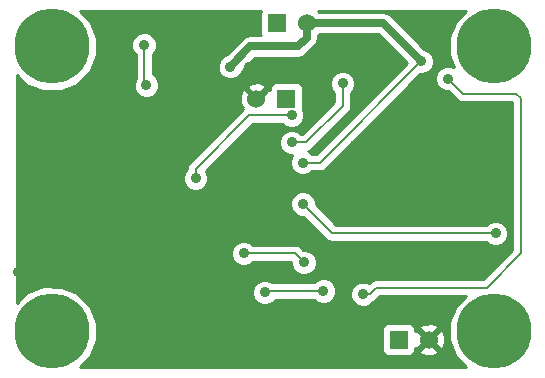
<source format=gbl>
G04 (created by PCBNEW-RS274X (2012-01-19 BZR 3256)-stable) date 12/7/2012 10:10:30 AM*
G01*
G70*
G90*
%MOIN*%
G04 Gerber Fmt 3.4, Leading zero omitted, Abs format*
%FSLAX34Y34*%
G04 APERTURE LIST*
%ADD10C,0.006000*%
%ADD11C,0.250000*%
%ADD12R,0.060000X0.060000*%
%ADD13C,0.060000*%
%ADD14C,0.035000*%
%ADD15C,0.008000*%
%ADD16C,0.025000*%
%ADD17C,0.010000*%
G04 APERTURE END LIST*
G54D10*
G54D11*
X73250Y-43500D03*
X73250Y-34000D03*
X58500Y-43500D03*
X58500Y-34000D03*
G54D12*
X66000Y-33225D03*
G54D13*
X67000Y-33225D03*
G54D12*
X66320Y-35740D03*
G54D13*
X65320Y-35740D03*
G54D12*
X70060Y-43770D03*
G54D13*
X71060Y-43770D03*
G54D14*
X66866Y-39249D03*
X73290Y-40230D03*
X67550Y-42150D03*
X65600Y-42200D03*
X64900Y-40900D03*
X66900Y-41200D03*
X68880Y-42260D03*
X68190Y-35230D03*
X71700Y-35070D03*
X66500Y-37200D03*
X63290Y-38390D03*
X66490Y-36300D03*
X61650Y-35290D03*
X61580Y-33950D03*
X70800Y-34500D03*
X64450Y-34670D03*
X66870Y-37870D03*
X65010Y-37650D03*
X58000Y-36000D03*
X57380Y-41510D03*
X63650Y-33300D03*
X58130Y-38760D03*
X69750Y-42600D03*
X59200Y-35750D03*
X62300Y-38900D03*
X73224Y-40821D03*
X63070Y-44420D03*
X68640Y-34270D03*
X72970Y-36670D03*
X57510Y-39290D03*
X68600Y-37300D03*
X64360Y-44380D03*
X62640Y-36330D03*
X63450Y-40900D03*
X65070Y-34690D03*
X62125Y-35672D03*
X66850Y-40480D03*
G54D15*
X73290Y-40230D02*
X67847Y-40230D01*
X67847Y-40230D02*
X66866Y-39249D01*
X65600Y-42200D02*
X65650Y-42150D01*
X65650Y-42150D02*
X67550Y-42150D01*
X66600Y-40900D02*
X64900Y-40900D01*
X66900Y-41200D02*
X66600Y-40900D01*
X74140Y-40900D02*
X73000Y-42040D01*
X71700Y-35070D02*
X72200Y-35570D01*
X72200Y-35570D02*
X73980Y-35570D01*
X73000Y-42040D02*
X69320Y-42040D01*
X68190Y-35970D02*
X68190Y-35230D01*
X69320Y-42040D02*
X69100Y-42260D01*
X74140Y-35730D02*
X74140Y-40900D01*
X73980Y-35570D02*
X74140Y-35730D01*
X69100Y-42260D02*
X68880Y-42260D01*
X66960Y-37200D02*
X68190Y-35970D01*
X66500Y-37200D02*
X66960Y-37200D01*
X63290Y-38080D02*
X65070Y-36300D01*
X63290Y-38390D02*
X63290Y-38080D01*
X65070Y-36300D02*
X66490Y-36300D01*
X61580Y-35220D02*
X61580Y-33950D01*
X61650Y-35290D02*
X61580Y-35220D01*
X66870Y-37870D02*
X67430Y-37870D01*
X67430Y-37870D02*
X70800Y-34500D01*
G54D16*
X66990Y-33710D02*
X66990Y-33235D01*
X69525Y-33225D02*
X70800Y-34500D01*
X67000Y-33225D02*
X69525Y-33225D01*
X66700Y-34000D02*
X66990Y-33710D01*
X64450Y-34670D02*
X65120Y-34000D01*
X66990Y-33235D02*
X67000Y-33225D01*
X65120Y-34000D02*
X66700Y-34000D01*
G54D15*
X73224Y-40821D02*
X73225Y-40821D01*
G54D10*
G36*
X73850Y-40780D02*
X73715Y-40915D01*
X73715Y-40315D01*
X73715Y-40146D01*
X73651Y-39990D01*
X73531Y-39870D01*
X73375Y-39805D01*
X73206Y-39805D01*
X73050Y-39869D01*
X72979Y-39940D01*
X67967Y-39940D01*
X67291Y-39264D01*
X67291Y-39165D01*
X67227Y-39009D01*
X67107Y-38889D01*
X66951Y-38824D01*
X66782Y-38824D01*
X66626Y-38888D01*
X66506Y-39008D01*
X66441Y-39164D01*
X66441Y-39333D01*
X66505Y-39489D01*
X66625Y-39609D01*
X66781Y-39674D01*
X66881Y-39674D01*
X67642Y-40435D01*
X67736Y-40498D01*
X67847Y-40520D01*
X72979Y-40520D01*
X73049Y-40590D01*
X73205Y-40655D01*
X73374Y-40655D01*
X73530Y-40591D01*
X73650Y-40471D01*
X73715Y-40315D01*
X73715Y-40915D01*
X72880Y-41750D01*
X69320Y-41750D01*
X69209Y-41772D01*
X69115Y-41835D01*
X69070Y-41879D01*
X68965Y-41835D01*
X68796Y-41835D01*
X68640Y-41899D01*
X68520Y-42019D01*
X68455Y-42175D01*
X68455Y-42344D01*
X68519Y-42500D01*
X68639Y-42620D01*
X68795Y-42685D01*
X68964Y-42685D01*
X69120Y-42621D01*
X69217Y-42523D01*
X69305Y-42465D01*
X69440Y-42330D01*
X72299Y-42330D01*
X71979Y-42649D01*
X71751Y-43200D01*
X71750Y-43797D01*
X71978Y-44348D01*
X72303Y-44675D01*
X71603Y-44675D01*
X71603Y-43849D01*
X71592Y-43636D01*
X71532Y-43489D01*
X71438Y-43462D01*
X71368Y-43532D01*
X71368Y-43392D01*
X71341Y-43298D01*
X71139Y-43227D01*
X70926Y-43238D01*
X70779Y-43298D01*
X70752Y-43392D01*
X71060Y-43699D01*
X71368Y-43392D01*
X71368Y-43532D01*
X71131Y-43770D01*
X71438Y-44078D01*
X71532Y-44051D01*
X71603Y-43849D01*
X71603Y-44675D01*
X71368Y-44675D01*
X71368Y-44148D01*
X71060Y-43841D01*
X70989Y-43911D01*
X70989Y-43770D01*
X70682Y-43462D01*
X70609Y-43482D01*
X70609Y-43421D01*
X70571Y-43329D01*
X70501Y-43259D01*
X70410Y-43221D01*
X70311Y-43221D01*
X69711Y-43221D01*
X69619Y-43259D01*
X69549Y-43329D01*
X69511Y-43420D01*
X69511Y-43519D01*
X69511Y-44119D01*
X69549Y-44211D01*
X69619Y-44281D01*
X69710Y-44319D01*
X69809Y-44319D01*
X70409Y-44319D01*
X70501Y-44281D01*
X70571Y-44211D01*
X70609Y-44120D01*
X70609Y-44057D01*
X70682Y-44078D01*
X70989Y-43770D01*
X70989Y-43911D01*
X70752Y-44148D01*
X70779Y-44242D01*
X70981Y-44313D01*
X71194Y-44302D01*
X71341Y-44242D01*
X71368Y-44148D01*
X71368Y-44675D01*
X67975Y-44675D01*
X67975Y-42235D01*
X67975Y-42066D01*
X67911Y-41910D01*
X67791Y-41790D01*
X67635Y-41725D01*
X67466Y-41725D01*
X67325Y-41782D01*
X67325Y-41285D01*
X67325Y-41116D01*
X67261Y-40960D01*
X67141Y-40840D01*
X66985Y-40775D01*
X66885Y-40775D01*
X66805Y-40695D01*
X66711Y-40632D01*
X66600Y-40610D01*
X65211Y-40610D01*
X65141Y-40540D01*
X64985Y-40475D01*
X64816Y-40475D01*
X64660Y-40539D01*
X64540Y-40659D01*
X64475Y-40815D01*
X64475Y-40984D01*
X64539Y-41140D01*
X64659Y-41260D01*
X64815Y-41325D01*
X64984Y-41325D01*
X65140Y-41261D01*
X65211Y-41190D01*
X66475Y-41190D01*
X66475Y-41284D01*
X66539Y-41440D01*
X66659Y-41560D01*
X66815Y-41625D01*
X66984Y-41625D01*
X67140Y-41561D01*
X67260Y-41441D01*
X67325Y-41285D01*
X67325Y-41782D01*
X67310Y-41789D01*
X67239Y-41860D01*
X65861Y-41860D01*
X65841Y-41840D01*
X65685Y-41775D01*
X65516Y-41775D01*
X65360Y-41839D01*
X65240Y-41959D01*
X65175Y-42115D01*
X65175Y-42284D01*
X65239Y-42440D01*
X65359Y-42560D01*
X65515Y-42625D01*
X65684Y-42625D01*
X65840Y-42561D01*
X65960Y-42441D01*
X65960Y-42440D01*
X67239Y-42440D01*
X67309Y-42510D01*
X67465Y-42575D01*
X67634Y-42575D01*
X67790Y-42511D01*
X67910Y-42391D01*
X67975Y-42235D01*
X67975Y-44675D01*
X62075Y-44675D01*
X62075Y-35375D01*
X62075Y-35206D01*
X62011Y-35050D01*
X61891Y-34930D01*
X61870Y-34921D01*
X61870Y-34261D01*
X61940Y-34191D01*
X62005Y-34035D01*
X62005Y-33866D01*
X61941Y-33710D01*
X61821Y-33590D01*
X61665Y-33525D01*
X61496Y-33525D01*
X61340Y-33589D01*
X61220Y-33709D01*
X61155Y-33865D01*
X61155Y-34034D01*
X61219Y-34190D01*
X61290Y-34261D01*
X61290Y-35049D01*
X61225Y-35205D01*
X61225Y-35374D01*
X61289Y-35530D01*
X61409Y-35650D01*
X61565Y-35715D01*
X61734Y-35715D01*
X61890Y-35651D01*
X62010Y-35531D01*
X62075Y-35375D01*
X62075Y-44675D01*
X59445Y-44675D01*
X59771Y-44351D01*
X59999Y-43800D01*
X60000Y-43203D01*
X59772Y-42652D01*
X59351Y-42229D01*
X58800Y-42001D01*
X58203Y-42000D01*
X57652Y-42228D01*
X57325Y-42553D01*
X57325Y-34945D01*
X57649Y-35271D01*
X58200Y-35499D01*
X58797Y-35500D01*
X59348Y-35272D01*
X59771Y-34851D01*
X59999Y-34300D01*
X60000Y-33703D01*
X59772Y-33152D01*
X59446Y-32825D01*
X65471Y-32825D01*
X65451Y-32875D01*
X65451Y-32974D01*
X65451Y-33574D01*
X65472Y-33625D01*
X65120Y-33625D01*
X64976Y-33654D01*
X64915Y-33694D01*
X64854Y-33735D01*
X64330Y-34259D01*
X64210Y-34309D01*
X64090Y-34429D01*
X64025Y-34585D01*
X64025Y-34754D01*
X64089Y-34910D01*
X64209Y-35030D01*
X64365Y-35095D01*
X64534Y-35095D01*
X64690Y-35031D01*
X64810Y-34911D01*
X64860Y-34789D01*
X65275Y-34375D01*
X66700Y-34375D01*
X66843Y-34346D01*
X66844Y-34346D01*
X66965Y-34265D01*
X67255Y-33975D01*
X67336Y-33854D01*
X67336Y-33853D01*
X67365Y-33710D01*
X67365Y-33636D01*
X67401Y-33600D01*
X69370Y-33600D01*
X70330Y-34560D01*
X67310Y-37580D01*
X67181Y-37580D01*
X67111Y-37510D01*
X67029Y-37476D01*
X67071Y-37468D01*
X67165Y-37405D01*
X68395Y-36175D01*
X68458Y-36081D01*
X68480Y-35970D01*
X68480Y-35541D01*
X68550Y-35471D01*
X68615Y-35315D01*
X68615Y-35146D01*
X68551Y-34990D01*
X68431Y-34870D01*
X68275Y-34805D01*
X68106Y-34805D01*
X67950Y-34869D01*
X67830Y-34989D01*
X67765Y-35145D01*
X67765Y-35314D01*
X67829Y-35470D01*
X67900Y-35541D01*
X67900Y-35850D01*
X66915Y-36835D01*
X66915Y-36385D01*
X66915Y-36216D01*
X66866Y-36096D01*
X66869Y-36090D01*
X66869Y-35991D01*
X66869Y-35391D01*
X66831Y-35299D01*
X66761Y-35229D01*
X66670Y-35191D01*
X66571Y-35191D01*
X65971Y-35191D01*
X65879Y-35229D01*
X65809Y-35299D01*
X65771Y-35390D01*
X65771Y-35452D01*
X65698Y-35432D01*
X65628Y-35502D01*
X65628Y-35362D01*
X65601Y-35268D01*
X65399Y-35197D01*
X65186Y-35208D01*
X65039Y-35268D01*
X65012Y-35362D01*
X65320Y-35669D01*
X65628Y-35362D01*
X65628Y-35502D01*
X65391Y-35740D01*
X65320Y-35811D01*
X65249Y-35740D01*
X65214Y-35705D01*
X64942Y-35432D01*
X64848Y-35459D01*
X64777Y-35661D01*
X64788Y-35874D01*
X64848Y-36021D01*
X64887Y-36031D01*
X64854Y-36065D01*
X64876Y-36087D01*
X64865Y-36095D01*
X63085Y-37875D01*
X63022Y-37969D01*
X63000Y-38078D01*
X62930Y-38149D01*
X62865Y-38305D01*
X62865Y-38474D01*
X62929Y-38630D01*
X63049Y-38750D01*
X63205Y-38815D01*
X63374Y-38815D01*
X63530Y-38751D01*
X63650Y-38631D01*
X63715Y-38475D01*
X63715Y-38306D01*
X63651Y-38150D01*
X63640Y-38139D01*
X65190Y-36590D01*
X66179Y-36590D01*
X66249Y-36660D01*
X66405Y-36725D01*
X66574Y-36725D01*
X66730Y-36661D01*
X66850Y-36541D01*
X66915Y-36385D01*
X66915Y-36835D01*
X66840Y-36910D01*
X66811Y-36910D01*
X66741Y-36840D01*
X66585Y-36775D01*
X66416Y-36775D01*
X66260Y-36839D01*
X66140Y-36959D01*
X66075Y-37115D01*
X66075Y-37284D01*
X66139Y-37440D01*
X66259Y-37560D01*
X66415Y-37625D01*
X66514Y-37625D01*
X66510Y-37629D01*
X66445Y-37785D01*
X66445Y-37954D01*
X66509Y-38110D01*
X66629Y-38230D01*
X66785Y-38295D01*
X66954Y-38295D01*
X67110Y-38231D01*
X67181Y-38160D01*
X67430Y-38160D01*
X67541Y-38138D01*
X67635Y-38075D01*
X70785Y-34925D01*
X70884Y-34925D01*
X71040Y-34861D01*
X71160Y-34741D01*
X71225Y-34585D01*
X71225Y-34416D01*
X71161Y-34260D01*
X71041Y-34140D01*
X70919Y-34089D01*
X69790Y-32960D01*
X69669Y-32879D01*
X69525Y-32850D01*
X67401Y-32850D01*
X67376Y-32825D01*
X72304Y-32825D01*
X71979Y-33149D01*
X71751Y-33700D01*
X71750Y-34297D01*
X71916Y-34699D01*
X71785Y-34645D01*
X71616Y-34645D01*
X71460Y-34709D01*
X71340Y-34829D01*
X71275Y-34985D01*
X71275Y-35154D01*
X71339Y-35310D01*
X71459Y-35430D01*
X71615Y-35495D01*
X71715Y-35495D01*
X71995Y-35775D01*
X72089Y-35838D01*
X72200Y-35860D01*
X73850Y-35860D01*
X73850Y-40780D01*
X73850Y-40780D01*
G37*
G54D17*
X73850Y-40780D02*
X73715Y-40915D01*
X73715Y-40315D01*
X73715Y-40146D01*
X73651Y-39990D01*
X73531Y-39870D01*
X73375Y-39805D01*
X73206Y-39805D01*
X73050Y-39869D01*
X72979Y-39940D01*
X67967Y-39940D01*
X67291Y-39264D01*
X67291Y-39165D01*
X67227Y-39009D01*
X67107Y-38889D01*
X66951Y-38824D01*
X66782Y-38824D01*
X66626Y-38888D01*
X66506Y-39008D01*
X66441Y-39164D01*
X66441Y-39333D01*
X66505Y-39489D01*
X66625Y-39609D01*
X66781Y-39674D01*
X66881Y-39674D01*
X67642Y-40435D01*
X67736Y-40498D01*
X67847Y-40520D01*
X72979Y-40520D01*
X73049Y-40590D01*
X73205Y-40655D01*
X73374Y-40655D01*
X73530Y-40591D01*
X73650Y-40471D01*
X73715Y-40315D01*
X73715Y-40915D01*
X72880Y-41750D01*
X69320Y-41750D01*
X69209Y-41772D01*
X69115Y-41835D01*
X69070Y-41879D01*
X68965Y-41835D01*
X68796Y-41835D01*
X68640Y-41899D01*
X68520Y-42019D01*
X68455Y-42175D01*
X68455Y-42344D01*
X68519Y-42500D01*
X68639Y-42620D01*
X68795Y-42685D01*
X68964Y-42685D01*
X69120Y-42621D01*
X69217Y-42523D01*
X69305Y-42465D01*
X69440Y-42330D01*
X72299Y-42330D01*
X71979Y-42649D01*
X71751Y-43200D01*
X71750Y-43797D01*
X71978Y-44348D01*
X72303Y-44675D01*
X71603Y-44675D01*
X71603Y-43849D01*
X71592Y-43636D01*
X71532Y-43489D01*
X71438Y-43462D01*
X71368Y-43532D01*
X71368Y-43392D01*
X71341Y-43298D01*
X71139Y-43227D01*
X70926Y-43238D01*
X70779Y-43298D01*
X70752Y-43392D01*
X71060Y-43699D01*
X71368Y-43392D01*
X71368Y-43532D01*
X71131Y-43770D01*
X71438Y-44078D01*
X71532Y-44051D01*
X71603Y-43849D01*
X71603Y-44675D01*
X71368Y-44675D01*
X71368Y-44148D01*
X71060Y-43841D01*
X70989Y-43911D01*
X70989Y-43770D01*
X70682Y-43462D01*
X70609Y-43482D01*
X70609Y-43421D01*
X70571Y-43329D01*
X70501Y-43259D01*
X70410Y-43221D01*
X70311Y-43221D01*
X69711Y-43221D01*
X69619Y-43259D01*
X69549Y-43329D01*
X69511Y-43420D01*
X69511Y-43519D01*
X69511Y-44119D01*
X69549Y-44211D01*
X69619Y-44281D01*
X69710Y-44319D01*
X69809Y-44319D01*
X70409Y-44319D01*
X70501Y-44281D01*
X70571Y-44211D01*
X70609Y-44120D01*
X70609Y-44057D01*
X70682Y-44078D01*
X70989Y-43770D01*
X70989Y-43911D01*
X70752Y-44148D01*
X70779Y-44242D01*
X70981Y-44313D01*
X71194Y-44302D01*
X71341Y-44242D01*
X71368Y-44148D01*
X71368Y-44675D01*
X67975Y-44675D01*
X67975Y-42235D01*
X67975Y-42066D01*
X67911Y-41910D01*
X67791Y-41790D01*
X67635Y-41725D01*
X67466Y-41725D01*
X67325Y-41782D01*
X67325Y-41285D01*
X67325Y-41116D01*
X67261Y-40960D01*
X67141Y-40840D01*
X66985Y-40775D01*
X66885Y-40775D01*
X66805Y-40695D01*
X66711Y-40632D01*
X66600Y-40610D01*
X65211Y-40610D01*
X65141Y-40540D01*
X64985Y-40475D01*
X64816Y-40475D01*
X64660Y-40539D01*
X64540Y-40659D01*
X64475Y-40815D01*
X64475Y-40984D01*
X64539Y-41140D01*
X64659Y-41260D01*
X64815Y-41325D01*
X64984Y-41325D01*
X65140Y-41261D01*
X65211Y-41190D01*
X66475Y-41190D01*
X66475Y-41284D01*
X66539Y-41440D01*
X66659Y-41560D01*
X66815Y-41625D01*
X66984Y-41625D01*
X67140Y-41561D01*
X67260Y-41441D01*
X67325Y-41285D01*
X67325Y-41782D01*
X67310Y-41789D01*
X67239Y-41860D01*
X65861Y-41860D01*
X65841Y-41840D01*
X65685Y-41775D01*
X65516Y-41775D01*
X65360Y-41839D01*
X65240Y-41959D01*
X65175Y-42115D01*
X65175Y-42284D01*
X65239Y-42440D01*
X65359Y-42560D01*
X65515Y-42625D01*
X65684Y-42625D01*
X65840Y-42561D01*
X65960Y-42441D01*
X65960Y-42440D01*
X67239Y-42440D01*
X67309Y-42510D01*
X67465Y-42575D01*
X67634Y-42575D01*
X67790Y-42511D01*
X67910Y-42391D01*
X67975Y-42235D01*
X67975Y-44675D01*
X62075Y-44675D01*
X62075Y-35375D01*
X62075Y-35206D01*
X62011Y-35050D01*
X61891Y-34930D01*
X61870Y-34921D01*
X61870Y-34261D01*
X61940Y-34191D01*
X62005Y-34035D01*
X62005Y-33866D01*
X61941Y-33710D01*
X61821Y-33590D01*
X61665Y-33525D01*
X61496Y-33525D01*
X61340Y-33589D01*
X61220Y-33709D01*
X61155Y-33865D01*
X61155Y-34034D01*
X61219Y-34190D01*
X61290Y-34261D01*
X61290Y-35049D01*
X61225Y-35205D01*
X61225Y-35374D01*
X61289Y-35530D01*
X61409Y-35650D01*
X61565Y-35715D01*
X61734Y-35715D01*
X61890Y-35651D01*
X62010Y-35531D01*
X62075Y-35375D01*
X62075Y-44675D01*
X59445Y-44675D01*
X59771Y-44351D01*
X59999Y-43800D01*
X60000Y-43203D01*
X59772Y-42652D01*
X59351Y-42229D01*
X58800Y-42001D01*
X58203Y-42000D01*
X57652Y-42228D01*
X57325Y-42553D01*
X57325Y-34945D01*
X57649Y-35271D01*
X58200Y-35499D01*
X58797Y-35500D01*
X59348Y-35272D01*
X59771Y-34851D01*
X59999Y-34300D01*
X60000Y-33703D01*
X59772Y-33152D01*
X59446Y-32825D01*
X65471Y-32825D01*
X65451Y-32875D01*
X65451Y-32974D01*
X65451Y-33574D01*
X65472Y-33625D01*
X65120Y-33625D01*
X64976Y-33654D01*
X64915Y-33694D01*
X64854Y-33735D01*
X64330Y-34259D01*
X64210Y-34309D01*
X64090Y-34429D01*
X64025Y-34585D01*
X64025Y-34754D01*
X64089Y-34910D01*
X64209Y-35030D01*
X64365Y-35095D01*
X64534Y-35095D01*
X64690Y-35031D01*
X64810Y-34911D01*
X64860Y-34789D01*
X65275Y-34375D01*
X66700Y-34375D01*
X66843Y-34346D01*
X66844Y-34346D01*
X66965Y-34265D01*
X67255Y-33975D01*
X67336Y-33854D01*
X67336Y-33853D01*
X67365Y-33710D01*
X67365Y-33636D01*
X67401Y-33600D01*
X69370Y-33600D01*
X70330Y-34560D01*
X67310Y-37580D01*
X67181Y-37580D01*
X67111Y-37510D01*
X67029Y-37476D01*
X67071Y-37468D01*
X67165Y-37405D01*
X68395Y-36175D01*
X68458Y-36081D01*
X68480Y-35970D01*
X68480Y-35541D01*
X68550Y-35471D01*
X68615Y-35315D01*
X68615Y-35146D01*
X68551Y-34990D01*
X68431Y-34870D01*
X68275Y-34805D01*
X68106Y-34805D01*
X67950Y-34869D01*
X67830Y-34989D01*
X67765Y-35145D01*
X67765Y-35314D01*
X67829Y-35470D01*
X67900Y-35541D01*
X67900Y-35850D01*
X66915Y-36835D01*
X66915Y-36385D01*
X66915Y-36216D01*
X66866Y-36096D01*
X66869Y-36090D01*
X66869Y-35991D01*
X66869Y-35391D01*
X66831Y-35299D01*
X66761Y-35229D01*
X66670Y-35191D01*
X66571Y-35191D01*
X65971Y-35191D01*
X65879Y-35229D01*
X65809Y-35299D01*
X65771Y-35390D01*
X65771Y-35452D01*
X65698Y-35432D01*
X65628Y-35502D01*
X65628Y-35362D01*
X65601Y-35268D01*
X65399Y-35197D01*
X65186Y-35208D01*
X65039Y-35268D01*
X65012Y-35362D01*
X65320Y-35669D01*
X65628Y-35362D01*
X65628Y-35502D01*
X65391Y-35740D01*
X65320Y-35811D01*
X65249Y-35740D01*
X65214Y-35705D01*
X64942Y-35432D01*
X64848Y-35459D01*
X64777Y-35661D01*
X64788Y-35874D01*
X64848Y-36021D01*
X64887Y-36031D01*
X64854Y-36065D01*
X64876Y-36087D01*
X64865Y-36095D01*
X63085Y-37875D01*
X63022Y-37969D01*
X63000Y-38078D01*
X62930Y-38149D01*
X62865Y-38305D01*
X62865Y-38474D01*
X62929Y-38630D01*
X63049Y-38750D01*
X63205Y-38815D01*
X63374Y-38815D01*
X63530Y-38751D01*
X63650Y-38631D01*
X63715Y-38475D01*
X63715Y-38306D01*
X63651Y-38150D01*
X63640Y-38139D01*
X65190Y-36590D01*
X66179Y-36590D01*
X66249Y-36660D01*
X66405Y-36725D01*
X66574Y-36725D01*
X66730Y-36661D01*
X66850Y-36541D01*
X66915Y-36385D01*
X66915Y-36835D01*
X66840Y-36910D01*
X66811Y-36910D01*
X66741Y-36840D01*
X66585Y-36775D01*
X66416Y-36775D01*
X66260Y-36839D01*
X66140Y-36959D01*
X66075Y-37115D01*
X66075Y-37284D01*
X66139Y-37440D01*
X66259Y-37560D01*
X66415Y-37625D01*
X66514Y-37625D01*
X66510Y-37629D01*
X66445Y-37785D01*
X66445Y-37954D01*
X66509Y-38110D01*
X66629Y-38230D01*
X66785Y-38295D01*
X66954Y-38295D01*
X67110Y-38231D01*
X67181Y-38160D01*
X67430Y-38160D01*
X67541Y-38138D01*
X67635Y-38075D01*
X70785Y-34925D01*
X70884Y-34925D01*
X71040Y-34861D01*
X71160Y-34741D01*
X71225Y-34585D01*
X71225Y-34416D01*
X71161Y-34260D01*
X71041Y-34140D01*
X70919Y-34089D01*
X69790Y-32960D01*
X69669Y-32879D01*
X69525Y-32850D01*
X67401Y-32850D01*
X67376Y-32825D01*
X72304Y-32825D01*
X71979Y-33149D01*
X71751Y-33700D01*
X71750Y-34297D01*
X71916Y-34699D01*
X71785Y-34645D01*
X71616Y-34645D01*
X71460Y-34709D01*
X71340Y-34829D01*
X71275Y-34985D01*
X71275Y-35154D01*
X71339Y-35310D01*
X71459Y-35430D01*
X71615Y-35495D01*
X71715Y-35495D01*
X71995Y-35775D01*
X72089Y-35838D01*
X72200Y-35860D01*
X73850Y-35860D01*
X73850Y-40780D01*
M02*

</source>
